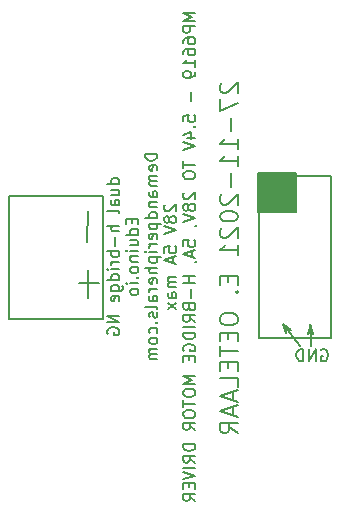
<source format=gbr>
%TF.GenerationSoftware,KiCad,Pcbnew,(6.0.0-rc1-124-g18b4ebcc17)*%
%TF.CreationDate,2021-11-27T01:21:43+01:00*%
%TF.ProjectId,2HBR_NG,32484252-5f4e-4472-9e6b-696361645f70,1*%
%TF.SameCoordinates,Original*%
%TF.FileFunction,Legend,Bot*%
%TF.FilePolarity,Positive*%
%FSLAX46Y46*%
G04 Gerber Fmt 4.6, Leading zero omitted, Abs format (unit mm)*
G04 Created by KiCad (PCBNEW (6.0.0-rc1-124-g18b4ebcc17)) date 2021-11-27 01:21:43*
%MOMM*%
%LPD*%
G01*
G04 APERTURE LIST*
%ADD10C,0.150000*%
%ADD11C,0.200000*%
G04 APERTURE END LIST*
D10*
X169300000Y-85670000D02*
X169490000Y-86450000D01*
X169290000Y-85660000D02*
X170710000Y-87510000D01*
X152720000Y-76150000D02*
X152680000Y-78710000D01*
X171800000Y-86540000D02*
X171590000Y-85670000D01*
X171550000Y-86240000D02*
X171800000Y-86540000D01*
X169530000Y-86080000D02*
X169980000Y-86180000D01*
X170400000Y-72920000D02*
X167150000Y-72920000D01*
X167150000Y-72920000D02*
X167150000Y-76180000D01*
X167150000Y-76180000D02*
X170400000Y-76180000D01*
X170400000Y-76180000D02*
X170400000Y-72920000D01*
G36*
X170400000Y-72920000D02*
G01*
X167150000Y-72920000D01*
X167150000Y-76180000D01*
X170400000Y-76180000D01*
X170400000Y-72920000D01*
G37*
X153670000Y-82190000D02*
X151990000Y-82170000D01*
X169490000Y-86450000D02*
X169530000Y-86080000D01*
X152740000Y-81120000D02*
X152740000Y-83440000D01*
X169980000Y-86180000D02*
X169310000Y-85700000D01*
X154010000Y-74860000D02*
X146070000Y-74860000D01*
X146070000Y-74860000D02*
X146070000Y-85220000D01*
X146070000Y-85220000D02*
X154010000Y-85220000D01*
X154010000Y-85220000D02*
X154010000Y-74860000D01*
X171360000Y-86510000D02*
X171550000Y-86240000D01*
X173370000Y-73120000D02*
X167270000Y-73120000D01*
X167270000Y-73120000D02*
X167270000Y-86860000D01*
X167270000Y-86860000D02*
X173370000Y-86860000D01*
X173370000Y-86860000D02*
X173370000Y-73120000D01*
X171610000Y-85730000D02*
X171360000Y-86510000D01*
X171610000Y-85730000D02*
X171630000Y-87530000D01*
X172501904Y-87870000D02*
X172597142Y-87822380D01*
X172740000Y-87822380D01*
X172882857Y-87870000D01*
X172978095Y-87965238D01*
X173025714Y-88060476D01*
X173073333Y-88250952D01*
X173073333Y-88393809D01*
X173025714Y-88584285D01*
X172978095Y-88679523D01*
X172882857Y-88774761D01*
X172740000Y-88822380D01*
X172644761Y-88822380D01*
X172501904Y-88774761D01*
X172454285Y-88727142D01*
X172454285Y-88393809D01*
X172644761Y-88393809D01*
X172025714Y-88822380D02*
X172025714Y-87822380D01*
X171454285Y-88822380D01*
X171454285Y-87822380D01*
X170978095Y-88822380D02*
X170978095Y-87822380D01*
X170740000Y-87822380D01*
X170597142Y-87870000D01*
X170501904Y-87965238D01*
X170454285Y-88060476D01*
X170406666Y-88250952D01*
X170406666Y-88393809D01*
X170454285Y-88584285D01*
X170501904Y-88679523D01*
X170597142Y-88774761D01*
X170740000Y-88822380D01*
X170978095Y-88822380D01*
D11*
X164071428Y-65278571D02*
X164000000Y-65350000D01*
X163928571Y-65492857D01*
X163928571Y-65850000D01*
X164000000Y-65992857D01*
X164071428Y-66064285D01*
X164214285Y-66135714D01*
X164357142Y-66135714D01*
X164571428Y-66064285D01*
X165428571Y-65207142D01*
X165428571Y-66135714D01*
X163928571Y-66635714D02*
X163928571Y-67635714D01*
X165428571Y-66992857D01*
X164857142Y-68207142D02*
X164857142Y-69350000D01*
X165428571Y-70850000D02*
X165428571Y-69992857D01*
X165428571Y-70421428D02*
X163928571Y-70421428D01*
X164142857Y-70278571D01*
X164285714Y-70135714D01*
X164357142Y-69992857D01*
X165428571Y-72278571D02*
X165428571Y-71421428D01*
X165428571Y-71850000D02*
X163928571Y-71850000D01*
X164142857Y-71707142D01*
X164285714Y-71564285D01*
X164357142Y-71421428D01*
X164857142Y-72921428D02*
X164857142Y-74064285D01*
X164071428Y-74707142D02*
X164000000Y-74778571D01*
X163928571Y-74921428D01*
X163928571Y-75278571D01*
X164000000Y-75421428D01*
X164071428Y-75492857D01*
X164214285Y-75564285D01*
X164357142Y-75564285D01*
X164571428Y-75492857D01*
X165428571Y-74635714D01*
X165428571Y-75564285D01*
X163928571Y-76492857D02*
X163928571Y-76635714D01*
X164000000Y-76778571D01*
X164071428Y-76850000D01*
X164214285Y-76921428D01*
X164500000Y-76992857D01*
X164857142Y-76992857D01*
X165142857Y-76921428D01*
X165285714Y-76850000D01*
X165357142Y-76778571D01*
X165428571Y-76635714D01*
X165428571Y-76492857D01*
X165357142Y-76350000D01*
X165285714Y-76278571D01*
X165142857Y-76207142D01*
X164857142Y-76135714D01*
X164500000Y-76135714D01*
X164214285Y-76207142D01*
X164071428Y-76278571D01*
X164000000Y-76350000D01*
X163928571Y-76492857D01*
X164071428Y-77564285D02*
X164000000Y-77635714D01*
X163928571Y-77778571D01*
X163928571Y-78135714D01*
X164000000Y-78278571D01*
X164071428Y-78350000D01*
X164214285Y-78421428D01*
X164357142Y-78421428D01*
X164571428Y-78350000D01*
X165428571Y-77492857D01*
X165428571Y-78421428D01*
X165428571Y-79850000D02*
X165428571Y-78992857D01*
X165428571Y-79421428D02*
X163928571Y-79421428D01*
X164142857Y-79278571D01*
X164285714Y-79135714D01*
X164357142Y-78992857D01*
X164642857Y-81635714D02*
X164642857Y-82135714D01*
X165428571Y-82350000D02*
X165428571Y-81635714D01*
X163928571Y-81635714D01*
X163928571Y-82350000D01*
X165285714Y-82992857D02*
X165357142Y-83064285D01*
X165428571Y-82992857D01*
X165357142Y-82921428D01*
X165285714Y-82992857D01*
X165428571Y-82992857D01*
X163928571Y-85135714D02*
X163928571Y-85421428D01*
X164000000Y-85564285D01*
X164142857Y-85707142D01*
X164428571Y-85778571D01*
X164928571Y-85778571D01*
X165214285Y-85707142D01*
X165357142Y-85564285D01*
X165428571Y-85421428D01*
X165428571Y-85135714D01*
X165357142Y-84992857D01*
X165214285Y-84850000D01*
X164928571Y-84778571D01*
X164428571Y-84778571D01*
X164142857Y-84850000D01*
X164000000Y-84992857D01*
X163928571Y-85135714D01*
X164642857Y-86421428D02*
X164642857Y-86921428D01*
X165428571Y-87135714D02*
X165428571Y-86421428D01*
X163928571Y-86421428D01*
X163928571Y-87135714D01*
X163928571Y-87564285D02*
X163928571Y-88421428D01*
X165428571Y-87992857D02*
X163928571Y-87992857D01*
X164642857Y-88921428D02*
X164642857Y-89421428D01*
X165428571Y-89635714D02*
X165428571Y-88921428D01*
X163928571Y-88921428D01*
X163928571Y-89635714D01*
X165428571Y-90992857D02*
X165428571Y-90278571D01*
X163928571Y-90278571D01*
X165000000Y-91421428D02*
X165000000Y-92135714D01*
X165428571Y-91278571D02*
X163928571Y-91778571D01*
X165428571Y-92278571D01*
X165000000Y-92707142D02*
X165000000Y-93421428D01*
X165428571Y-92564285D02*
X163928571Y-93064285D01*
X165428571Y-93564285D01*
X165428571Y-94921428D02*
X164714285Y-94421428D01*
X165428571Y-94064285D02*
X163928571Y-94064285D01*
X163928571Y-94635714D01*
X164000000Y-94778571D01*
X164071428Y-94850000D01*
X164214285Y-94921428D01*
X164428571Y-94921428D01*
X164571428Y-94850000D01*
X164642857Y-94778571D01*
X164714285Y-94635714D01*
X164714285Y-94064285D01*
D10*
X155392380Y-73817142D02*
X154392380Y-73817142D01*
X155344761Y-73817142D02*
X155392380Y-73721904D01*
X155392380Y-73531428D01*
X155344761Y-73436190D01*
X155297142Y-73388571D01*
X155201904Y-73340952D01*
X154916190Y-73340952D01*
X154820952Y-73388571D01*
X154773333Y-73436190D01*
X154725714Y-73531428D01*
X154725714Y-73721904D01*
X154773333Y-73817142D01*
X154725714Y-74721904D02*
X155392380Y-74721904D01*
X154725714Y-74293333D02*
X155249523Y-74293333D01*
X155344761Y-74340952D01*
X155392380Y-74436190D01*
X155392380Y-74579047D01*
X155344761Y-74674285D01*
X155297142Y-74721904D01*
X155392380Y-75626666D02*
X154868571Y-75626666D01*
X154773333Y-75579047D01*
X154725714Y-75483809D01*
X154725714Y-75293333D01*
X154773333Y-75198095D01*
X155344761Y-75626666D02*
X155392380Y-75531428D01*
X155392380Y-75293333D01*
X155344761Y-75198095D01*
X155249523Y-75150476D01*
X155154285Y-75150476D01*
X155059047Y-75198095D01*
X155011428Y-75293333D01*
X155011428Y-75531428D01*
X154963809Y-75626666D01*
X155392380Y-76245714D02*
X155344761Y-76150476D01*
X155249523Y-76102857D01*
X154392380Y-76102857D01*
X155392380Y-77388571D02*
X154392380Y-77388571D01*
X155392380Y-77817142D02*
X154868571Y-77817142D01*
X154773333Y-77769523D01*
X154725714Y-77674285D01*
X154725714Y-77531428D01*
X154773333Y-77436190D01*
X154820952Y-77388571D01*
X155011428Y-78293333D02*
X155011428Y-79055238D01*
X155392380Y-79531428D02*
X154392380Y-79531428D01*
X154773333Y-79531428D02*
X154725714Y-79626666D01*
X154725714Y-79817142D01*
X154773333Y-79912380D01*
X154820952Y-79960000D01*
X154916190Y-80007619D01*
X155201904Y-80007619D01*
X155297142Y-79960000D01*
X155344761Y-79912380D01*
X155392380Y-79817142D01*
X155392380Y-79626666D01*
X155344761Y-79531428D01*
X155392380Y-80436190D02*
X154725714Y-80436190D01*
X154916190Y-80436190D02*
X154820952Y-80483809D01*
X154773333Y-80531428D01*
X154725714Y-80626666D01*
X154725714Y-80721904D01*
X155392380Y-81055238D02*
X154725714Y-81055238D01*
X154392380Y-81055238D02*
X154440000Y-81007619D01*
X154487619Y-81055238D01*
X154440000Y-81102857D01*
X154392380Y-81055238D01*
X154487619Y-81055238D01*
X155392380Y-81960000D02*
X154392380Y-81960000D01*
X155344761Y-81960000D02*
X155392380Y-81864761D01*
X155392380Y-81674285D01*
X155344761Y-81579047D01*
X155297142Y-81531428D01*
X155201904Y-81483809D01*
X154916190Y-81483809D01*
X154820952Y-81531428D01*
X154773333Y-81579047D01*
X154725714Y-81674285D01*
X154725714Y-81864761D01*
X154773333Y-81960000D01*
X154725714Y-82864761D02*
X155535238Y-82864761D01*
X155630476Y-82817142D01*
X155678095Y-82769523D01*
X155725714Y-82674285D01*
X155725714Y-82531428D01*
X155678095Y-82436190D01*
X155344761Y-82864761D02*
X155392380Y-82769523D01*
X155392380Y-82579047D01*
X155344761Y-82483809D01*
X155297142Y-82436190D01*
X155201904Y-82388571D01*
X154916190Y-82388571D01*
X154820952Y-82436190D01*
X154773333Y-82483809D01*
X154725714Y-82579047D01*
X154725714Y-82769523D01*
X154773333Y-82864761D01*
X155344761Y-83721904D02*
X155392380Y-83626666D01*
X155392380Y-83436190D01*
X155344761Y-83340952D01*
X155249523Y-83293333D01*
X154868571Y-83293333D01*
X154773333Y-83340952D01*
X154725714Y-83436190D01*
X154725714Y-83626666D01*
X154773333Y-83721904D01*
X154868571Y-83769523D01*
X154963809Y-83769523D01*
X155059047Y-83293333D01*
X155392380Y-84960000D02*
X154392380Y-84960000D01*
X155392380Y-85531428D01*
X154392380Y-85531428D01*
X154440000Y-86531428D02*
X154392380Y-86436190D01*
X154392380Y-86293333D01*
X154440000Y-86150476D01*
X154535238Y-86055238D01*
X154630476Y-86007619D01*
X154820952Y-85960000D01*
X154963809Y-85960000D01*
X155154285Y-86007619D01*
X155249523Y-86055238D01*
X155344761Y-86150476D01*
X155392380Y-86293333D01*
X155392380Y-86388571D01*
X155344761Y-86531428D01*
X155297142Y-86579047D01*
X154963809Y-86579047D01*
X154963809Y-86388571D01*
X156478571Y-76769523D02*
X156478571Y-77102857D01*
X157002380Y-77245714D02*
X157002380Y-76769523D01*
X156002380Y-76769523D01*
X156002380Y-77245714D01*
X157002380Y-78102857D02*
X156002380Y-78102857D01*
X156954761Y-78102857D02*
X157002380Y-78007619D01*
X157002380Y-77817142D01*
X156954761Y-77721904D01*
X156907142Y-77674285D01*
X156811904Y-77626666D01*
X156526190Y-77626666D01*
X156430952Y-77674285D01*
X156383333Y-77721904D01*
X156335714Y-77817142D01*
X156335714Y-78007619D01*
X156383333Y-78102857D01*
X156335714Y-79007619D02*
X157002380Y-79007619D01*
X156335714Y-78579047D02*
X156859523Y-78579047D01*
X156954761Y-78626666D01*
X157002380Y-78721904D01*
X157002380Y-78864761D01*
X156954761Y-78960000D01*
X156907142Y-79007619D01*
X157002380Y-79483809D02*
X156335714Y-79483809D01*
X156002380Y-79483809D02*
X156050000Y-79436190D01*
X156097619Y-79483809D01*
X156050000Y-79531428D01*
X156002380Y-79483809D01*
X156097619Y-79483809D01*
X156335714Y-79960000D02*
X157002380Y-79960000D01*
X156430952Y-79960000D02*
X156383333Y-80007619D01*
X156335714Y-80102857D01*
X156335714Y-80245714D01*
X156383333Y-80340952D01*
X156478571Y-80388571D01*
X157002380Y-80388571D01*
X157002380Y-81007619D02*
X156954761Y-80912380D01*
X156907142Y-80864761D01*
X156811904Y-80817142D01*
X156526190Y-80817142D01*
X156430952Y-80864761D01*
X156383333Y-80912380D01*
X156335714Y-81007619D01*
X156335714Y-81150476D01*
X156383333Y-81245714D01*
X156430952Y-81293333D01*
X156526190Y-81340952D01*
X156811904Y-81340952D01*
X156907142Y-81293333D01*
X156954761Y-81245714D01*
X157002380Y-81150476D01*
X157002380Y-81007619D01*
X156907142Y-81769523D02*
X156954761Y-81817142D01*
X157002380Y-81769523D01*
X156954761Y-81721904D01*
X156907142Y-81769523D01*
X157002380Y-81769523D01*
X157002380Y-82245714D02*
X156335714Y-82245714D01*
X156002380Y-82245714D02*
X156050000Y-82198095D01*
X156097619Y-82245714D01*
X156050000Y-82293333D01*
X156002380Y-82245714D01*
X156097619Y-82245714D01*
X157002380Y-82864761D02*
X156954761Y-82769523D01*
X156907142Y-82721904D01*
X156811904Y-82674285D01*
X156526190Y-82674285D01*
X156430952Y-82721904D01*
X156383333Y-82769523D01*
X156335714Y-82864761D01*
X156335714Y-83007619D01*
X156383333Y-83102857D01*
X156430952Y-83150476D01*
X156526190Y-83198095D01*
X156811904Y-83198095D01*
X156907142Y-83150476D01*
X156954761Y-83102857D01*
X157002380Y-83007619D01*
X157002380Y-82864761D01*
X158612380Y-71269523D02*
X157612380Y-71269523D01*
X157612380Y-71507619D01*
X157660000Y-71650476D01*
X157755238Y-71745714D01*
X157850476Y-71793333D01*
X158040952Y-71840952D01*
X158183809Y-71840952D01*
X158374285Y-71793333D01*
X158469523Y-71745714D01*
X158564761Y-71650476D01*
X158612380Y-71507619D01*
X158612380Y-71269523D01*
X158564761Y-72650476D02*
X158612380Y-72555238D01*
X158612380Y-72364761D01*
X158564761Y-72269523D01*
X158469523Y-72221904D01*
X158088571Y-72221904D01*
X157993333Y-72269523D01*
X157945714Y-72364761D01*
X157945714Y-72555238D01*
X157993333Y-72650476D01*
X158088571Y-72698095D01*
X158183809Y-72698095D01*
X158279047Y-72221904D01*
X158612380Y-73126666D02*
X157945714Y-73126666D01*
X158040952Y-73126666D02*
X157993333Y-73174285D01*
X157945714Y-73269523D01*
X157945714Y-73412380D01*
X157993333Y-73507619D01*
X158088571Y-73555238D01*
X158612380Y-73555238D01*
X158088571Y-73555238D02*
X157993333Y-73602857D01*
X157945714Y-73698095D01*
X157945714Y-73840952D01*
X157993333Y-73936190D01*
X158088571Y-73983809D01*
X158612380Y-73983809D01*
X158612380Y-74888571D02*
X158088571Y-74888571D01*
X157993333Y-74840952D01*
X157945714Y-74745714D01*
X157945714Y-74555238D01*
X157993333Y-74460000D01*
X158564761Y-74888571D02*
X158612380Y-74793333D01*
X158612380Y-74555238D01*
X158564761Y-74460000D01*
X158469523Y-74412380D01*
X158374285Y-74412380D01*
X158279047Y-74460000D01*
X158231428Y-74555238D01*
X158231428Y-74793333D01*
X158183809Y-74888571D01*
X157945714Y-75364761D02*
X158612380Y-75364761D01*
X158040952Y-75364761D02*
X157993333Y-75412380D01*
X157945714Y-75507619D01*
X157945714Y-75650476D01*
X157993333Y-75745714D01*
X158088571Y-75793333D01*
X158612380Y-75793333D01*
X158612380Y-76698095D02*
X157612380Y-76698095D01*
X158564761Y-76698095D02*
X158612380Y-76602857D01*
X158612380Y-76412380D01*
X158564761Y-76317142D01*
X158517142Y-76269523D01*
X158421904Y-76221904D01*
X158136190Y-76221904D01*
X158040952Y-76269523D01*
X157993333Y-76317142D01*
X157945714Y-76412380D01*
X157945714Y-76602857D01*
X157993333Y-76698095D01*
X157945714Y-77174285D02*
X158945714Y-77174285D01*
X157993333Y-77174285D02*
X157945714Y-77269523D01*
X157945714Y-77460000D01*
X157993333Y-77555238D01*
X158040952Y-77602857D01*
X158136190Y-77650476D01*
X158421904Y-77650476D01*
X158517142Y-77602857D01*
X158564761Y-77555238D01*
X158612380Y-77460000D01*
X158612380Y-77269523D01*
X158564761Y-77174285D01*
X158564761Y-78460000D02*
X158612380Y-78364761D01*
X158612380Y-78174285D01*
X158564761Y-78079047D01*
X158469523Y-78031428D01*
X158088571Y-78031428D01*
X157993333Y-78079047D01*
X157945714Y-78174285D01*
X157945714Y-78364761D01*
X157993333Y-78460000D01*
X158088571Y-78507619D01*
X158183809Y-78507619D01*
X158279047Y-78031428D01*
X158612380Y-78936190D02*
X157945714Y-78936190D01*
X158136190Y-78936190D02*
X158040952Y-78983809D01*
X157993333Y-79031428D01*
X157945714Y-79126666D01*
X157945714Y-79221904D01*
X158612380Y-79555238D02*
X157945714Y-79555238D01*
X157612380Y-79555238D02*
X157660000Y-79507619D01*
X157707619Y-79555238D01*
X157660000Y-79602857D01*
X157612380Y-79555238D01*
X157707619Y-79555238D01*
X157945714Y-80031428D02*
X158945714Y-80031428D01*
X157993333Y-80031428D02*
X157945714Y-80126666D01*
X157945714Y-80317142D01*
X157993333Y-80412380D01*
X158040952Y-80460000D01*
X158136190Y-80507619D01*
X158421904Y-80507619D01*
X158517142Y-80460000D01*
X158564761Y-80412380D01*
X158612380Y-80317142D01*
X158612380Y-80126666D01*
X158564761Y-80031428D01*
X158612380Y-80936190D02*
X157612380Y-80936190D01*
X158612380Y-81364761D02*
X158088571Y-81364761D01*
X157993333Y-81317142D01*
X157945714Y-81221904D01*
X157945714Y-81079047D01*
X157993333Y-80983809D01*
X158040952Y-80936190D01*
X158564761Y-82221904D02*
X158612380Y-82126666D01*
X158612380Y-81936190D01*
X158564761Y-81840952D01*
X158469523Y-81793333D01*
X158088571Y-81793333D01*
X157993333Y-81840952D01*
X157945714Y-81936190D01*
X157945714Y-82126666D01*
X157993333Y-82221904D01*
X158088571Y-82269523D01*
X158183809Y-82269523D01*
X158279047Y-81793333D01*
X158612380Y-82698095D02*
X157945714Y-82698095D01*
X158136190Y-82698095D02*
X158040952Y-82745714D01*
X157993333Y-82793333D01*
X157945714Y-82888571D01*
X157945714Y-82983809D01*
X158612380Y-83745714D02*
X158088571Y-83745714D01*
X157993333Y-83698095D01*
X157945714Y-83602857D01*
X157945714Y-83412380D01*
X157993333Y-83317142D01*
X158564761Y-83745714D02*
X158612380Y-83650476D01*
X158612380Y-83412380D01*
X158564761Y-83317142D01*
X158469523Y-83269523D01*
X158374285Y-83269523D01*
X158279047Y-83317142D01*
X158231428Y-83412380D01*
X158231428Y-83650476D01*
X158183809Y-83745714D01*
X158612380Y-84364761D02*
X158564761Y-84269523D01*
X158469523Y-84221904D01*
X157612380Y-84221904D01*
X158564761Y-84698095D02*
X158612380Y-84793333D01*
X158612380Y-84983809D01*
X158564761Y-85079047D01*
X158469523Y-85126666D01*
X158421904Y-85126666D01*
X158326666Y-85079047D01*
X158279047Y-84983809D01*
X158279047Y-84840952D01*
X158231428Y-84745714D01*
X158136190Y-84698095D01*
X158088571Y-84698095D01*
X157993333Y-84745714D01*
X157945714Y-84840952D01*
X157945714Y-84983809D01*
X157993333Y-85079047D01*
X158517142Y-85555238D02*
X158564761Y-85602857D01*
X158612380Y-85555238D01*
X158564761Y-85507619D01*
X158517142Y-85555238D01*
X158612380Y-85555238D01*
X158564761Y-86460000D02*
X158612380Y-86364761D01*
X158612380Y-86174285D01*
X158564761Y-86079047D01*
X158517142Y-86031428D01*
X158421904Y-85983809D01*
X158136190Y-85983809D01*
X158040952Y-86031428D01*
X157993333Y-86079047D01*
X157945714Y-86174285D01*
X157945714Y-86364761D01*
X157993333Y-86460000D01*
X158612380Y-87031428D02*
X158564761Y-86936190D01*
X158517142Y-86888571D01*
X158421904Y-86840952D01*
X158136190Y-86840952D01*
X158040952Y-86888571D01*
X157993333Y-86936190D01*
X157945714Y-87031428D01*
X157945714Y-87174285D01*
X157993333Y-87269523D01*
X158040952Y-87317142D01*
X158136190Y-87364761D01*
X158421904Y-87364761D01*
X158517142Y-87317142D01*
X158564761Y-87269523D01*
X158612380Y-87174285D01*
X158612380Y-87031428D01*
X158612380Y-87793333D02*
X157945714Y-87793333D01*
X158040952Y-87793333D02*
X157993333Y-87840952D01*
X157945714Y-87936190D01*
X157945714Y-88079047D01*
X157993333Y-88174285D01*
X158088571Y-88221904D01*
X158612380Y-88221904D01*
X158088571Y-88221904D02*
X157993333Y-88269523D01*
X157945714Y-88364761D01*
X157945714Y-88507619D01*
X157993333Y-88602857D01*
X158088571Y-88650476D01*
X158612380Y-88650476D01*
X159317619Y-75579047D02*
X159270000Y-75626666D01*
X159222380Y-75721904D01*
X159222380Y-75960000D01*
X159270000Y-76055238D01*
X159317619Y-76102857D01*
X159412857Y-76150476D01*
X159508095Y-76150476D01*
X159650952Y-76102857D01*
X160222380Y-75531428D01*
X160222380Y-76150476D01*
X159650952Y-76721904D02*
X159603333Y-76626666D01*
X159555714Y-76579047D01*
X159460476Y-76531428D01*
X159412857Y-76531428D01*
X159317619Y-76579047D01*
X159270000Y-76626666D01*
X159222380Y-76721904D01*
X159222380Y-76912380D01*
X159270000Y-77007619D01*
X159317619Y-77055238D01*
X159412857Y-77102857D01*
X159460476Y-77102857D01*
X159555714Y-77055238D01*
X159603333Y-77007619D01*
X159650952Y-76912380D01*
X159650952Y-76721904D01*
X159698571Y-76626666D01*
X159746190Y-76579047D01*
X159841428Y-76531428D01*
X160031904Y-76531428D01*
X160127142Y-76579047D01*
X160174761Y-76626666D01*
X160222380Y-76721904D01*
X160222380Y-76912380D01*
X160174761Y-77007619D01*
X160127142Y-77055238D01*
X160031904Y-77102857D01*
X159841428Y-77102857D01*
X159746190Y-77055238D01*
X159698571Y-77007619D01*
X159650952Y-76912380D01*
X159222380Y-77388571D02*
X160222380Y-77721904D01*
X159222380Y-78055238D01*
X159222380Y-79626666D02*
X159222380Y-79150476D01*
X159698571Y-79102857D01*
X159650952Y-79150476D01*
X159603333Y-79245714D01*
X159603333Y-79483809D01*
X159650952Y-79579047D01*
X159698571Y-79626666D01*
X159793809Y-79674285D01*
X160031904Y-79674285D01*
X160127142Y-79626666D01*
X160174761Y-79579047D01*
X160222380Y-79483809D01*
X160222380Y-79245714D01*
X160174761Y-79150476D01*
X160127142Y-79102857D01*
X159936666Y-80055238D02*
X159936666Y-80531428D01*
X160222380Y-79960000D02*
X159222380Y-80293333D01*
X160222380Y-80626666D01*
X160222380Y-81721904D02*
X159555714Y-81721904D01*
X159650952Y-81721904D02*
X159603333Y-81769523D01*
X159555714Y-81864761D01*
X159555714Y-82007619D01*
X159603333Y-82102857D01*
X159698571Y-82150476D01*
X160222380Y-82150476D01*
X159698571Y-82150476D02*
X159603333Y-82198095D01*
X159555714Y-82293333D01*
X159555714Y-82436190D01*
X159603333Y-82531428D01*
X159698571Y-82579047D01*
X160222380Y-82579047D01*
X160222380Y-83483809D02*
X159698571Y-83483809D01*
X159603333Y-83436190D01*
X159555714Y-83340952D01*
X159555714Y-83150476D01*
X159603333Y-83055238D01*
X160174761Y-83483809D02*
X160222380Y-83388571D01*
X160222380Y-83150476D01*
X160174761Y-83055238D01*
X160079523Y-83007619D01*
X159984285Y-83007619D01*
X159889047Y-83055238D01*
X159841428Y-83150476D01*
X159841428Y-83388571D01*
X159793809Y-83483809D01*
X160222380Y-83864761D02*
X159555714Y-84388571D01*
X159555714Y-83864761D02*
X160222380Y-84388571D01*
X161832380Y-59317142D02*
X160832380Y-59317142D01*
X161546666Y-59650476D01*
X160832380Y-59983809D01*
X161832380Y-59983809D01*
X161832380Y-60460000D02*
X160832380Y-60460000D01*
X160832380Y-60840952D01*
X160880000Y-60936190D01*
X160927619Y-60983809D01*
X161022857Y-61031428D01*
X161165714Y-61031428D01*
X161260952Y-60983809D01*
X161308571Y-60936190D01*
X161356190Y-60840952D01*
X161356190Y-60460000D01*
X160832380Y-61888571D02*
X160832380Y-61698095D01*
X160880000Y-61602857D01*
X160927619Y-61555238D01*
X161070476Y-61460000D01*
X161260952Y-61412380D01*
X161641904Y-61412380D01*
X161737142Y-61460000D01*
X161784761Y-61507619D01*
X161832380Y-61602857D01*
X161832380Y-61793333D01*
X161784761Y-61888571D01*
X161737142Y-61936190D01*
X161641904Y-61983809D01*
X161403809Y-61983809D01*
X161308571Y-61936190D01*
X161260952Y-61888571D01*
X161213333Y-61793333D01*
X161213333Y-61602857D01*
X161260952Y-61507619D01*
X161308571Y-61460000D01*
X161403809Y-61412380D01*
X160832380Y-62840952D02*
X160832380Y-62650476D01*
X160880000Y-62555238D01*
X160927619Y-62507619D01*
X161070476Y-62412380D01*
X161260952Y-62364761D01*
X161641904Y-62364761D01*
X161737142Y-62412380D01*
X161784761Y-62460000D01*
X161832380Y-62555238D01*
X161832380Y-62745714D01*
X161784761Y-62840952D01*
X161737142Y-62888571D01*
X161641904Y-62936190D01*
X161403809Y-62936190D01*
X161308571Y-62888571D01*
X161260952Y-62840952D01*
X161213333Y-62745714D01*
X161213333Y-62555238D01*
X161260952Y-62460000D01*
X161308571Y-62412380D01*
X161403809Y-62364761D01*
X161832380Y-63888571D02*
X161832380Y-63317142D01*
X161832380Y-63602857D02*
X160832380Y-63602857D01*
X160975238Y-63507619D01*
X161070476Y-63412380D01*
X161118095Y-63317142D01*
X161832380Y-64364761D02*
X161832380Y-64555238D01*
X161784761Y-64650476D01*
X161737142Y-64698095D01*
X161594285Y-64793333D01*
X161403809Y-64840952D01*
X161022857Y-64840952D01*
X160927619Y-64793333D01*
X160880000Y-64745714D01*
X160832380Y-64650476D01*
X160832380Y-64460000D01*
X160880000Y-64364761D01*
X160927619Y-64317142D01*
X161022857Y-64269523D01*
X161260952Y-64269523D01*
X161356190Y-64317142D01*
X161403809Y-64364761D01*
X161451428Y-64460000D01*
X161451428Y-64650476D01*
X161403809Y-64745714D01*
X161356190Y-64793333D01*
X161260952Y-64840952D01*
X161451428Y-66031428D02*
X161451428Y-66793333D01*
X160832380Y-68507619D02*
X160832380Y-68031428D01*
X161308571Y-67983809D01*
X161260952Y-68031428D01*
X161213333Y-68126666D01*
X161213333Y-68364761D01*
X161260952Y-68460000D01*
X161308571Y-68507619D01*
X161403809Y-68555238D01*
X161641904Y-68555238D01*
X161737142Y-68507619D01*
X161784761Y-68460000D01*
X161832380Y-68364761D01*
X161832380Y-68126666D01*
X161784761Y-68031428D01*
X161737142Y-67983809D01*
X161737142Y-68983809D02*
X161784761Y-69031428D01*
X161832380Y-68983809D01*
X161784761Y-68936190D01*
X161737142Y-68983809D01*
X161832380Y-68983809D01*
X161165714Y-69888571D02*
X161832380Y-69888571D01*
X160784761Y-69650476D02*
X161499047Y-69412380D01*
X161499047Y-70031428D01*
X160832380Y-70269523D02*
X161832380Y-70602857D01*
X160832380Y-70936190D01*
X160832380Y-71888571D02*
X160832380Y-72460000D01*
X161832380Y-72174285D02*
X160832380Y-72174285D01*
X160832380Y-72983809D02*
X160832380Y-73174285D01*
X160880000Y-73269523D01*
X160975238Y-73364761D01*
X161165714Y-73412380D01*
X161499047Y-73412380D01*
X161689523Y-73364761D01*
X161784761Y-73269523D01*
X161832380Y-73174285D01*
X161832380Y-72983809D01*
X161784761Y-72888571D01*
X161689523Y-72793333D01*
X161499047Y-72745714D01*
X161165714Y-72745714D01*
X160975238Y-72793333D01*
X160880000Y-72888571D01*
X160832380Y-72983809D01*
X160927619Y-74555238D02*
X160880000Y-74602857D01*
X160832380Y-74698095D01*
X160832380Y-74936190D01*
X160880000Y-75031428D01*
X160927619Y-75079047D01*
X161022857Y-75126666D01*
X161118095Y-75126666D01*
X161260952Y-75079047D01*
X161832380Y-74507619D01*
X161832380Y-75126666D01*
X161260952Y-75698095D02*
X161213333Y-75602857D01*
X161165714Y-75555238D01*
X161070476Y-75507619D01*
X161022857Y-75507619D01*
X160927619Y-75555238D01*
X160880000Y-75602857D01*
X160832380Y-75698095D01*
X160832380Y-75888571D01*
X160880000Y-75983809D01*
X160927619Y-76031428D01*
X161022857Y-76079047D01*
X161070476Y-76079047D01*
X161165714Y-76031428D01*
X161213333Y-75983809D01*
X161260952Y-75888571D01*
X161260952Y-75698095D01*
X161308571Y-75602857D01*
X161356190Y-75555238D01*
X161451428Y-75507619D01*
X161641904Y-75507619D01*
X161737142Y-75555238D01*
X161784761Y-75602857D01*
X161832380Y-75698095D01*
X161832380Y-75888571D01*
X161784761Y-75983809D01*
X161737142Y-76031428D01*
X161641904Y-76079047D01*
X161451428Y-76079047D01*
X161356190Y-76031428D01*
X161308571Y-75983809D01*
X161260952Y-75888571D01*
X160832380Y-76364761D02*
X161832380Y-76698095D01*
X160832380Y-77031428D01*
X161784761Y-77412380D02*
X161832380Y-77412380D01*
X161927619Y-77364761D01*
X161975238Y-77317142D01*
X160832380Y-79079047D02*
X160832380Y-78602857D01*
X161308571Y-78555238D01*
X161260952Y-78602857D01*
X161213333Y-78698095D01*
X161213333Y-78936190D01*
X161260952Y-79031428D01*
X161308571Y-79079047D01*
X161403809Y-79126666D01*
X161641904Y-79126666D01*
X161737142Y-79079047D01*
X161784761Y-79031428D01*
X161832380Y-78936190D01*
X161832380Y-78698095D01*
X161784761Y-78602857D01*
X161737142Y-78555238D01*
X161546666Y-79507619D02*
X161546666Y-79983809D01*
X161832380Y-79412380D02*
X160832380Y-79745714D01*
X161832380Y-80079047D01*
X161784761Y-80460000D02*
X161832380Y-80460000D01*
X161927619Y-80412380D01*
X161975238Y-80364761D01*
X161832380Y-81650476D02*
X160832380Y-81650476D01*
X161308571Y-81650476D02*
X161308571Y-82221904D01*
X161832380Y-82221904D02*
X160832380Y-82221904D01*
X161451428Y-82698095D02*
X161451428Y-83460000D01*
X161308571Y-84269523D02*
X161356190Y-84412380D01*
X161403809Y-84460000D01*
X161499047Y-84507619D01*
X161641904Y-84507619D01*
X161737142Y-84460000D01*
X161784761Y-84412380D01*
X161832380Y-84317142D01*
X161832380Y-83936190D01*
X160832380Y-83936190D01*
X160832380Y-84269523D01*
X160880000Y-84364761D01*
X160927619Y-84412380D01*
X161022857Y-84460000D01*
X161118095Y-84460000D01*
X161213333Y-84412380D01*
X161260952Y-84364761D01*
X161308571Y-84269523D01*
X161308571Y-83936190D01*
X161832380Y-85507619D02*
X161356190Y-85174285D01*
X161832380Y-84936190D02*
X160832380Y-84936190D01*
X160832380Y-85317142D01*
X160880000Y-85412380D01*
X160927619Y-85460000D01*
X161022857Y-85507619D01*
X161165714Y-85507619D01*
X161260952Y-85460000D01*
X161308571Y-85412380D01*
X161356190Y-85317142D01*
X161356190Y-84936190D01*
X161832380Y-85936190D02*
X160832380Y-85936190D01*
X161832380Y-86412380D02*
X160832380Y-86412380D01*
X160832380Y-86650476D01*
X160880000Y-86793333D01*
X160975238Y-86888571D01*
X161070476Y-86936190D01*
X161260952Y-86983809D01*
X161403809Y-86983809D01*
X161594285Y-86936190D01*
X161689523Y-86888571D01*
X161784761Y-86793333D01*
X161832380Y-86650476D01*
X161832380Y-86412380D01*
X160880000Y-87936190D02*
X160832380Y-87840952D01*
X160832380Y-87698095D01*
X160880000Y-87555238D01*
X160975238Y-87460000D01*
X161070476Y-87412380D01*
X161260952Y-87364761D01*
X161403809Y-87364761D01*
X161594285Y-87412380D01*
X161689523Y-87460000D01*
X161784761Y-87555238D01*
X161832380Y-87698095D01*
X161832380Y-87793333D01*
X161784761Y-87936190D01*
X161737142Y-87983809D01*
X161403809Y-87983809D01*
X161403809Y-87793333D01*
X161308571Y-88412380D02*
X161308571Y-88745714D01*
X161832380Y-88888571D02*
X161832380Y-88412380D01*
X160832380Y-88412380D01*
X160832380Y-88888571D01*
X161832380Y-90079047D02*
X160832380Y-90079047D01*
X161546666Y-90412380D01*
X160832380Y-90745714D01*
X161832380Y-90745714D01*
X160832380Y-91412380D02*
X160832380Y-91602857D01*
X160880000Y-91698095D01*
X160975238Y-91793333D01*
X161165714Y-91840952D01*
X161499047Y-91840952D01*
X161689523Y-91793333D01*
X161784761Y-91698095D01*
X161832380Y-91602857D01*
X161832380Y-91412380D01*
X161784761Y-91317142D01*
X161689523Y-91221904D01*
X161499047Y-91174285D01*
X161165714Y-91174285D01*
X160975238Y-91221904D01*
X160880000Y-91317142D01*
X160832380Y-91412380D01*
X160832380Y-92126666D02*
X160832380Y-92698095D01*
X161832380Y-92412380D02*
X160832380Y-92412380D01*
X160832380Y-93221904D02*
X160832380Y-93412380D01*
X160880000Y-93507619D01*
X160975238Y-93602857D01*
X161165714Y-93650476D01*
X161499047Y-93650476D01*
X161689523Y-93602857D01*
X161784761Y-93507619D01*
X161832380Y-93412380D01*
X161832380Y-93221904D01*
X161784761Y-93126666D01*
X161689523Y-93031428D01*
X161499047Y-92983809D01*
X161165714Y-92983809D01*
X160975238Y-93031428D01*
X160880000Y-93126666D01*
X160832380Y-93221904D01*
X161832380Y-94650476D02*
X161356190Y-94317142D01*
X161832380Y-94079047D02*
X160832380Y-94079047D01*
X160832380Y-94460000D01*
X160880000Y-94555238D01*
X160927619Y-94602857D01*
X161022857Y-94650476D01*
X161165714Y-94650476D01*
X161260952Y-94602857D01*
X161308571Y-94555238D01*
X161356190Y-94460000D01*
X161356190Y-94079047D01*
X161832380Y-95840952D02*
X160832380Y-95840952D01*
X160832380Y-96079047D01*
X160880000Y-96221904D01*
X160975238Y-96317142D01*
X161070476Y-96364761D01*
X161260952Y-96412380D01*
X161403809Y-96412380D01*
X161594285Y-96364761D01*
X161689523Y-96317142D01*
X161784761Y-96221904D01*
X161832380Y-96079047D01*
X161832380Y-95840952D01*
X161832380Y-97412380D02*
X161356190Y-97079047D01*
X161832380Y-96840952D02*
X160832380Y-96840952D01*
X160832380Y-97221904D01*
X160880000Y-97317142D01*
X160927619Y-97364761D01*
X161022857Y-97412380D01*
X161165714Y-97412380D01*
X161260952Y-97364761D01*
X161308571Y-97317142D01*
X161356190Y-97221904D01*
X161356190Y-96840952D01*
X161832380Y-97840952D02*
X160832380Y-97840952D01*
X160832380Y-98174285D02*
X161832380Y-98507619D01*
X160832380Y-98840952D01*
X161308571Y-99174285D02*
X161308571Y-99507619D01*
X161832380Y-99650476D02*
X161832380Y-99174285D01*
X160832380Y-99174285D01*
X160832380Y-99650476D01*
X161832380Y-100650476D02*
X161356190Y-100317142D01*
X161832380Y-100079047D02*
X160832380Y-100079047D01*
X160832380Y-100460000D01*
X160880000Y-100555238D01*
X160927619Y-100602857D01*
X161022857Y-100650476D01*
X161165714Y-100650476D01*
X161260952Y-100602857D01*
X161308571Y-100555238D01*
X161356190Y-100460000D01*
X161356190Y-100079047D01*
M02*

</source>
